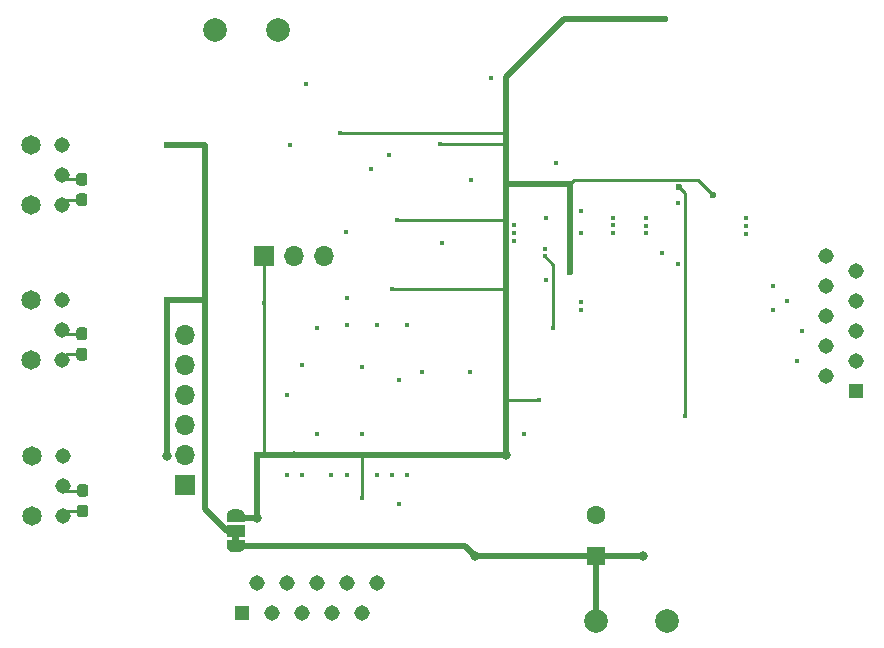
<source format=gbr>
G04 #@! TF.GenerationSoftware,KiCad,Pcbnew,(5.1.10-0-10_14)*
G04 #@! TF.CreationDate,2021-10-25T19:36:00+02:00*
G04 #@! TF.ProjectId,spdif_recv_cs,73706469-665f-4726-9563-765f63732e6b,rev?*
G04 #@! TF.SameCoordinates,Original*
G04 #@! TF.FileFunction,Copper,L4,Bot*
G04 #@! TF.FilePolarity,Positive*
%FSLAX46Y46*%
G04 Gerber Fmt 4.6, Leading zero omitted, Abs format (unit mm)*
G04 Created by KiCad (PCBNEW (5.1.10-0-10_14)) date 2021-10-25 19:36:00*
%MOMM*%
%LPD*%
G01*
G04 APERTURE LIST*
G04 #@! TA.AperFunction,EtchedComponent*
%ADD10C,0.100000*%
G04 #@! TD*
G04 #@! TA.AperFunction,ComponentPad*
%ADD11C,1.308000*%
G04 #@! TD*
G04 #@! TA.AperFunction,ComponentPad*
%ADD12C,1.650000*%
G04 #@! TD*
G04 #@! TA.AperFunction,ComponentPad*
%ADD13C,2.000000*%
G04 #@! TD*
G04 #@! TA.AperFunction,ComponentPad*
%ADD14R,1.308000X1.308000*%
G04 #@! TD*
G04 #@! TA.AperFunction,ComponentPad*
%ADD15O,1.700000X1.700000*%
G04 #@! TD*
G04 #@! TA.AperFunction,ComponentPad*
%ADD16R,1.700000X1.700000*%
G04 #@! TD*
G04 #@! TA.AperFunction,SMDPad,CuDef*
%ADD17C,0.100000*%
G04 #@! TD*
G04 #@! TA.AperFunction,SMDPad,CuDef*
%ADD18R,1.500000X1.000000*%
G04 #@! TD*
G04 #@! TA.AperFunction,ComponentPad*
%ADD19C,1.600000*%
G04 #@! TD*
G04 #@! TA.AperFunction,ComponentPad*
%ADD20R,1.600000X1.600000*%
G04 #@! TD*
G04 #@! TA.AperFunction,ViaPad*
%ADD21C,0.450000*%
G04 #@! TD*
G04 #@! TA.AperFunction,ViaPad*
%ADD22C,0.600000*%
G04 #@! TD*
G04 #@! TA.AperFunction,ViaPad*
%ADD23C,0.800000*%
G04 #@! TD*
G04 #@! TA.AperFunction,Conductor*
%ADD24C,0.250000*%
G04 #@! TD*
G04 #@! TA.AperFunction,Conductor*
%ADD25C,0.500000*%
G04 #@! TD*
G04 APERTURE END LIST*
D10*
G36*
X130043200Y-103638400D02*
G01*
X130043200Y-103138400D01*
X129443200Y-103138400D01*
X129443200Y-103638400D01*
X130043200Y-103638400D01*
G37*
D11*
X115088500Y-96393000D03*
X115088500Y-98933000D03*
X115088500Y-101473000D03*
D12*
X112458500Y-101473000D03*
X112458500Y-96393000D03*
D11*
X115025000Y-83185000D03*
X115025000Y-85725000D03*
X115025000Y-88265000D03*
D12*
X112395000Y-88265000D03*
X112395000Y-83185000D03*
D11*
X115025000Y-70104000D03*
X115025000Y-72644000D03*
X115025000Y-75184000D03*
D12*
X112395000Y-75184000D03*
X112395000Y-70104000D03*
G04 #@! TA.AperFunction,SMDPad,CuDef*
G36*
G01*
X116539000Y-100528000D02*
X117014000Y-100528000D01*
G75*
G02*
X117251500Y-100765500I0J-237500D01*
G01*
X117251500Y-101365500D01*
G75*
G02*
X117014000Y-101603000I-237500J0D01*
G01*
X116539000Y-101603000D01*
G75*
G02*
X116301500Y-101365500I0J237500D01*
G01*
X116301500Y-100765500D01*
G75*
G02*
X116539000Y-100528000I237500J0D01*
G01*
G37*
G04 #@! TD.AperFunction*
G04 #@! TA.AperFunction,SMDPad,CuDef*
G36*
G01*
X116539000Y-98803000D02*
X117014000Y-98803000D01*
G75*
G02*
X117251500Y-99040500I0J-237500D01*
G01*
X117251500Y-99640500D01*
G75*
G02*
X117014000Y-99878000I-237500J0D01*
G01*
X116539000Y-99878000D01*
G75*
G02*
X116301500Y-99640500I0J237500D01*
G01*
X116301500Y-99040500D01*
G75*
G02*
X116539000Y-98803000I237500J0D01*
G01*
G37*
G04 #@! TD.AperFunction*
G04 #@! TA.AperFunction,SMDPad,CuDef*
G36*
G01*
X116475500Y-87256500D02*
X116950500Y-87256500D01*
G75*
G02*
X117188000Y-87494000I0J-237500D01*
G01*
X117188000Y-88094000D01*
G75*
G02*
X116950500Y-88331500I-237500J0D01*
G01*
X116475500Y-88331500D01*
G75*
G02*
X116238000Y-88094000I0J237500D01*
G01*
X116238000Y-87494000D01*
G75*
G02*
X116475500Y-87256500I237500J0D01*
G01*
G37*
G04 #@! TD.AperFunction*
G04 #@! TA.AperFunction,SMDPad,CuDef*
G36*
G01*
X116475500Y-85531500D02*
X116950500Y-85531500D01*
G75*
G02*
X117188000Y-85769000I0J-237500D01*
G01*
X117188000Y-86369000D01*
G75*
G02*
X116950500Y-86606500I-237500J0D01*
G01*
X116475500Y-86606500D01*
G75*
G02*
X116238000Y-86369000I0J237500D01*
G01*
X116238000Y-85769000D01*
G75*
G02*
X116475500Y-85531500I237500J0D01*
G01*
G37*
G04 #@! TD.AperFunction*
G04 #@! TA.AperFunction,SMDPad,CuDef*
G36*
G01*
X116475500Y-74175500D02*
X116950500Y-74175500D01*
G75*
G02*
X117188000Y-74413000I0J-237500D01*
G01*
X117188000Y-75013000D01*
G75*
G02*
X116950500Y-75250500I-237500J0D01*
G01*
X116475500Y-75250500D01*
G75*
G02*
X116238000Y-75013000I0J237500D01*
G01*
X116238000Y-74413000D01*
G75*
G02*
X116475500Y-74175500I237500J0D01*
G01*
G37*
G04 #@! TD.AperFunction*
G04 #@! TA.AperFunction,SMDPad,CuDef*
G36*
G01*
X116475500Y-72450500D02*
X116950500Y-72450500D01*
G75*
G02*
X117188000Y-72688000I0J-237500D01*
G01*
X117188000Y-73288000D01*
G75*
G02*
X116950500Y-73525500I-237500J0D01*
G01*
X116475500Y-73525500D01*
G75*
G02*
X116238000Y-73288000I0J237500D01*
G01*
X116238000Y-72688000D01*
G75*
G02*
X116475500Y-72450500I237500J0D01*
G01*
G37*
G04 #@! TD.AperFunction*
D13*
X127952500Y-60325000D03*
X133350000Y-60325000D03*
D14*
X130238500Y-109728000D03*
D11*
X131508500Y-107188000D03*
X132778500Y-109728000D03*
X134048500Y-107188000D03*
X135318500Y-109728000D03*
X136588500Y-107188000D03*
X137858500Y-109728000D03*
X139128500Y-107188000D03*
X140398500Y-109728000D03*
X141668500Y-107188000D03*
D14*
X182223000Y-90935000D03*
D11*
X179683000Y-89665000D03*
X182223000Y-88395000D03*
X179683000Y-87125000D03*
X182223000Y-85855000D03*
X179683000Y-84585000D03*
X182223000Y-83315000D03*
X179683000Y-82045000D03*
X182223000Y-80775000D03*
X179683000Y-79505000D03*
D15*
X137223500Y-79438500D03*
X134683500Y-79438500D03*
D16*
X132143500Y-79438500D03*
G04 #@! TA.AperFunction,SMDPad,CuDef*
D17*
G36*
X130493200Y-103488400D02*
G01*
X130493200Y-104038400D01*
X130492598Y-104038400D01*
X130492598Y-104062934D01*
X130487788Y-104111765D01*
X130478216Y-104159890D01*
X130463972Y-104206845D01*
X130445195Y-104252178D01*
X130422064Y-104295451D01*
X130394804Y-104336250D01*
X130363676Y-104374179D01*
X130328979Y-104408876D01*
X130291050Y-104440004D01*
X130250251Y-104467264D01*
X130206978Y-104490395D01*
X130161645Y-104509172D01*
X130114690Y-104523416D01*
X130066565Y-104532988D01*
X130017734Y-104537798D01*
X129993200Y-104537798D01*
X129993200Y-104538400D01*
X129493200Y-104538400D01*
X129493200Y-104537798D01*
X129468666Y-104537798D01*
X129419835Y-104532988D01*
X129371710Y-104523416D01*
X129324755Y-104509172D01*
X129279422Y-104490395D01*
X129236149Y-104467264D01*
X129195350Y-104440004D01*
X129157421Y-104408876D01*
X129122724Y-104374179D01*
X129091596Y-104336250D01*
X129064336Y-104295451D01*
X129041205Y-104252178D01*
X129022428Y-104206845D01*
X129008184Y-104159890D01*
X128998612Y-104111765D01*
X128993802Y-104062934D01*
X128993802Y-104038400D01*
X128993200Y-104038400D01*
X128993200Y-103488400D01*
X130493200Y-103488400D01*
G37*
G04 #@! TD.AperFunction*
D18*
X129743200Y-102738400D03*
G04 #@! TA.AperFunction,SMDPad,CuDef*
D17*
G36*
X128993802Y-101438400D02*
G01*
X128993802Y-101413866D01*
X128998612Y-101365035D01*
X129008184Y-101316910D01*
X129022428Y-101269955D01*
X129041205Y-101224622D01*
X129064336Y-101181349D01*
X129091596Y-101140550D01*
X129122724Y-101102621D01*
X129157421Y-101067924D01*
X129195350Y-101036796D01*
X129236149Y-101009536D01*
X129279422Y-100986405D01*
X129324755Y-100967628D01*
X129371710Y-100953384D01*
X129419835Y-100943812D01*
X129468666Y-100939002D01*
X129493200Y-100939002D01*
X129493200Y-100938400D01*
X129993200Y-100938400D01*
X129993200Y-100939002D01*
X130017734Y-100939002D01*
X130066565Y-100943812D01*
X130114690Y-100953384D01*
X130161645Y-100967628D01*
X130206978Y-100986405D01*
X130250251Y-101009536D01*
X130291050Y-101036796D01*
X130328979Y-101067924D01*
X130363676Y-101102621D01*
X130394804Y-101140550D01*
X130422064Y-101181349D01*
X130445195Y-101224622D01*
X130463972Y-101269955D01*
X130478216Y-101316910D01*
X130487788Y-101365035D01*
X130492598Y-101413866D01*
X130492598Y-101438400D01*
X130493200Y-101438400D01*
X130493200Y-101988400D01*
X128993200Y-101988400D01*
X128993200Y-101438400D01*
X128993802Y-101438400D01*
G37*
G04 #@! TD.AperFunction*
D13*
X166243000Y-110363000D03*
X160210500Y-110363000D03*
D19*
X160210500Y-101402000D03*
D20*
X160210500Y-104902000D03*
D15*
X125476000Y-86156800D03*
X125476000Y-88696800D03*
X125476000Y-91236800D03*
X125476000Y-93776800D03*
X125476000Y-96316800D03*
D16*
X125476000Y-98856800D03*
D21*
X153265500Y-77518497D03*
X149669500Y-73025000D03*
D22*
X131508500Y-96329500D03*
D21*
X132160000Y-83422500D03*
X140415000Y-99932500D03*
D23*
X131508500Y-101663500D03*
X152590500Y-96329500D03*
D22*
X158051500Y-79565500D03*
X158051500Y-80835500D03*
X158051500Y-73406000D03*
X166116000Y-59436000D03*
X170116500Y-74295000D03*
D21*
X155448000Y-91630500D03*
X142938500Y-82296000D03*
X138554500Y-69090500D03*
X147066000Y-69977000D03*
X143383000Y-76454000D03*
X135331200Y-88696800D03*
X134061200Y-91236800D03*
X158940500Y-84074000D03*
X144208500Y-85280500D03*
X175260000Y-84074000D03*
X175260000Y-82042000D03*
X158940500Y-83375500D03*
X141668500Y-85280500D03*
X153265500Y-78168500D03*
X141160500Y-72136000D03*
X156019500Y-81470500D03*
X167195500Y-74993500D03*
X167205499Y-80190501D03*
X140398500Y-94551500D03*
X154178000Y-94551500D03*
X172974000Y-76913503D03*
X177228500Y-88392000D03*
X172974000Y-76263500D03*
X177673000Y-85852000D03*
X172974000Y-77597000D03*
X176453501Y-83312000D03*
X165862000Y-79184500D03*
X156591000Y-85534500D03*
X155892500Y-79502000D03*
X139128500Y-97980500D03*
X137843498Y-97995502D03*
X139128500Y-85344000D03*
X139128500Y-83058000D03*
X135318500Y-97980500D03*
X134048500Y-97980500D03*
X141668500Y-97980500D03*
X144208500Y-98044000D03*
X143573500Y-89979500D03*
X143573500Y-100457000D03*
X142938500Y-98044000D03*
D23*
X149987000Y-104902000D03*
X164211000Y-104902000D03*
D22*
X123952000Y-70104000D03*
X123952000Y-83210400D03*
D23*
X123952000Y-96393000D03*
D21*
X136601200Y-94538800D03*
X149606000Y-89281000D03*
X136588500Y-85534500D03*
X140411200Y-88849200D03*
X145542000Y-89281000D03*
X153265500Y-76868494D03*
X147193000Y-78359000D03*
X151320500Y-64389000D03*
X156019500Y-76263500D03*
X135699500Y-64897000D03*
X134302500Y-70040500D03*
X142748000Y-70929500D03*
X139065000Y-77406500D03*
X155892500Y-78851997D03*
X156845000Y-71628000D03*
D22*
X167259000Y-73660000D03*
D21*
X167767000Y-93027500D03*
X158940500Y-77533500D03*
X158940500Y-75628500D03*
X161671000Y-77533500D03*
X164465000Y-77563506D03*
X161671000Y-76233494D03*
X164465000Y-76263500D03*
X161671000Y-76883497D03*
X164465000Y-76913503D03*
D24*
X115369000Y-72988000D02*
X115025000Y-72644000D01*
X116713000Y-72988000D02*
X115369000Y-72988000D01*
X115369000Y-86069000D02*
X115025000Y-85725000D01*
X116713000Y-86069000D02*
X115369000Y-86069000D01*
X115496000Y-99340500D02*
X115088500Y-98933000D01*
X116776500Y-99340500D02*
X115496000Y-99340500D01*
D25*
X125488700Y-96329500D02*
X125476000Y-96316800D01*
D24*
X134586201Y-96299799D02*
X134556500Y-96329500D01*
X134611201Y-96104801D02*
X134835900Y-96329500D01*
D25*
X134556500Y-96329500D02*
X134835900Y-96329500D01*
D24*
X132160000Y-96313000D02*
X132143500Y-96329500D01*
X132160000Y-83422500D02*
X132160000Y-96313000D01*
D25*
X132143500Y-96329500D02*
X134556500Y-96329500D01*
X131508500Y-96329500D02*
X132143500Y-96329500D01*
X129968300Y-101663500D02*
X129743200Y-101438400D01*
D24*
X132160000Y-79455000D02*
X132143500Y-79438500D01*
X132160000Y-83422500D02*
X132160000Y-79455000D01*
X125463300Y-96329500D02*
X125476000Y-96316800D01*
D25*
X131508500Y-101663500D02*
X129968300Y-101663500D01*
X152590500Y-96329500D02*
X143129000Y-96329500D01*
D24*
X152637500Y-88693000D02*
X152579000Y-88634500D01*
D25*
X131508500Y-101663500D02*
X131508500Y-96329500D01*
D24*
X140415000Y-96440000D02*
X140525500Y-96329500D01*
D25*
X140525500Y-96329500D02*
X134835900Y-96329500D01*
D24*
X140415000Y-99932500D02*
X140415000Y-96440000D01*
D25*
X143129000Y-96329500D02*
X140525500Y-96329500D01*
X158051500Y-73406000D02*
X158051500Y-79565500D01*
X158051500Y-79565500D02*
X158051500Y-80835500D01*
X157503000Y-59436000D02*
X152590500Y-64348500D01*
X166116000Y-59436000D02*
X157503000Y-59436000D01*
X152654000Y-73406000D02*
X152590500Y-73469500D01*
X158051500Y-73406000D02*
X152654000Y-73406000D01*
D24*
X158422501Y-73034999D02*
X158051500Y-73406000D01*
X168856499Y-73034999D02*
X158422501Y-73034999D01*
X170116500Y-74295000D02*
X168856499Y-73034999D01*
X152654000Y-91630500D02*
X152590500Y-91567000D01*
X155448000Y-91630500D02*
X152654000Y-91630500D01*
D25*
X152590500Y-96329500D02*
X152590500Y-91567000D01*
D24*
X152463500Y-82296000D02*
X152590500Y-82423000D01*
X142938500Y-82296000D02*
X152463500Y-82296000D01*
D25*
X152590500Y-91567000D02*
X152590500Y-82423000D01*
D24*
X152524500Y-69090500D02*
X152590500Y-69024500D01*
X138554500Y-69090500D02*
X152524500Y-69090500D01*
D25*
X152590500Y-69024500D02*
X152590500Y-64348500D01*
D24*
X152463500Y-69977000D02*
X152590500Y-70104000D01*
X147066000Y-69977000D02*
X152463500Y-69977000D01*
D25*
X152590500Y-70104000D02*
X152590500Y-69024500D01*
X152590500Y-73469500D02*
X152590500Y-70104000D01*
D24*
X152527000Y-76454000D02*
X152590500Y-76517500D01*
X143383000Y-76454000D02*
X152527000Y-76454000D01*
D25*
X152590500Y-76517500D02*
X152590500Y-73469500D01*
X152590500Y-82423000D02*
X152590500Y-76517500D01*
D24*
X156591000Y-80200500D02*
X155892500Y-79502000D01*
X156591000Y-85534500D02*
X156591000Y-80200500D01*
D25*
X129818100Y-103963500D02*
X129743200Y-104038400D01*
X160210500Y-104902000D02*
X149987000Y-104902000D01*
X160210500Y-104902000D02*
X164211000Y-104902000D01*
X160210500Y-110363000D02*
X160210500Y-104902000D01*
X149123400Y-104038400D02*
X149987000Y-104902000D01*
X129743200Y-104038400D02*
X149123400Y-104038400D01*
X127152400Y-100864812D02*
X127152400Y-83210400D01*
X127152400Y-83210400D02*
X123952000Y-83210400D01*
X127152400Y-83210400D02*
X127152400Y-70104000D01*
X127152400Y-70104000D02*
X123952000Y-70104000D01*
X129025988Y-102738400D02*
X127152400Y-100864812D01*
X129743200Y-102738400D02*
X129025988Y-102738400D01*
X123952000Y-96393000D02*
X123952000Y-83210400D01*
D24*
X115496000Y-74713000D02*
X115025000Y-75184000D01*
X116713000Y-74713000D02*
X115496000Y-74713000D01*
X115496000Y-87794000D02*
X115025000Y-88265000D01*
X116713000Y-87794000D02*
X115496000Y-87794000D01*
X115496000Y-101065500D02*
X115088500Y-101473000D01*
X116776500Y-101065500D02*
X115496000Y-101065500D01*
X167767000Y-74168000D02*
X167259000Y-73660000D01*
X167767000Y-93027500D02*
X167767000Y-74168000D01*
M02*

</source>
